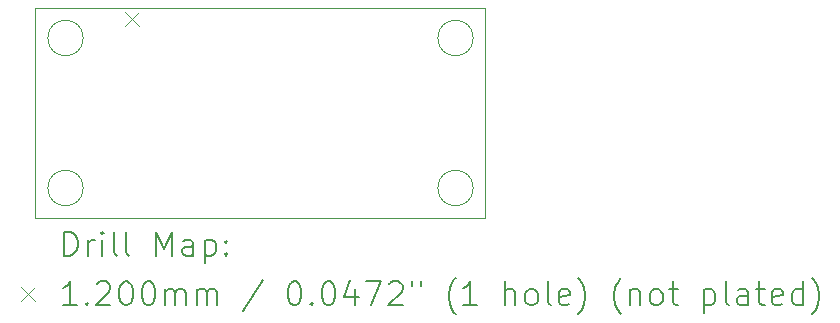
<source format=gbr>
%TF.GenerationSoftware,KiCad,Pcbnew,7.0.1*%
%TF.CreationDate,2025-05-23T00:36:25+09:00*%
%TF.ProjectId,independent_steering,696e6465-7065-46e6-9465-6e745f737465,rev?*%
%TF.SameCoordinates,Original*%
%TF.FileFunction,Drillmap*%
%TF.FilePolarity,Positive*%
%FSLAX45Y45*%
G04 Gerber Fmt 4.5, Leading zero omitted, Abs format (unit mm)*
G04 Created by KiCad (PCBNEW 7.0.1) date 2025-05-23 00:36:25*
%MOMM*%
%LPD*%
G01*
G04 APERTURE LIST*
%ADD10C,0.100000*%
%ADD11C,0.200000*%
%ADD12C,0.120000*%
G04 APERTURE END LIST*
D10*
X11834000Y-8636000D02*
G75*
G03*
X11834000Y-8636000I-150000J0D01*
G01*
X11834000Y-9906000D02*
G75*
G03*
X11834000Y-9906000I-150000J0D01*
G01*
X15136000Y-9906000D02*
G75*
G03*
X15136000Y-9906000I-150000J0D01*
G01*
X15136000Y-8636000D02*
G75*
G03*
X15136000Y-8636000I-150000J0D01*
G01*
X11430000Y-8382000D02*
X15240000Y-8382000D01*
X15240000Y-10160000D01*
X11430000Y-10160000D01*
X11430000Y-8382000D01*
D11*
D12*
X12186000Y-8416000D02*
X12306000Y-8536000D01*
X12306000Y-8416000D02*
X12186000Y-8536000D01*
D11*
X11672619Y-10477524D02*
X11672619Y-10277524D01*
X11672619Y-10277524D02*
X11720238Y-10277524D01*
X11720238Y-10277524D02*
X11748809Y-10287048D01*
X11748809Y-10287048D02*
X11767857Y-10306095D01*
X11767857Y-10306095D02*
X11777381Y-10325143D01*
X11777381Y-10325143D02*
X11786905Y-10363238D01*
X11786905Y-10363238D02*
X11786905Y-10391810D01*
X11786905Y-10391810D02*
X11777381Y-10429905D01*
X11777381Y-10429905D02*
X11767857Y-10448952D01*
X11767857Y-10448952D02*
X11748809Y-10468000D01*
X11748809Y-10468000D02*
X11720238Y-10477524D01*
X11720238Y-10477524D02*
X11672619Y-10477524D01*
X11872619Y-10477524D02*
X11872619Y-10344190D01*
X11872619Y-10382286D02*
X11882143Y-10363238D01*
X11882143Y-10363238D02*
X11891667Y-10353714D01*
X11891667Y-10353714D02*
X11910714Y-10344190D01*
X11910714Y-10344190D02*
X11929762Y-10344190D01*
X11996428Y-10477524D02*
X11996428Y-10344190D01*
X11996428Y-10277524D02*
X11986905Y-10287048D01*
X11986905Y-10287048D02*
X11996428Y-10296571D01*
X11996428Y-10296571D02*
X12005952Y-10287048D01*
X12005952Y-10287048D02*
X11996428Y-10277524D01*
X11996428Y-10277524D02*
X11996428Y-10296571D01*
X12120238Y-10477524D02*
X12101190Y-10468000D01*
X12101190Y-10468000D02*
X12091667Y-10448952D01*
X12091667Y-10448952D02*
X12091667Y-10277524D01*
X12225000Y-10477524D02*
X12205952Y-10468000D01*
X12205952Y-10468000D02*
X12196428Y-10448952D01*
X12196428Y-10448952D02*
X12196428Y-10277524D01*
X12453571Y-10477524D02*
X12453571Y-10277524D01*
X12453571Y-10277524D02*
X12520238Y-10420381D01*
X12520238Y-10420381D02*
X12586905Y-10277524D01*
X12586905Y-10277524D02*
X12586905Y-10477524D01*
X12767857Y-10477524D02*
X12767857Y-10372762D01*
X12767857Y-10372762D02*
X12758333Y-10353714D01*
X12758333Y-10353714D02*
X12739286Y-10344190D01*
X12739286Y-10344190D02*
X12701190Y-10344190D01*
X12701190Y-10344190D02*
X12682143Y-10353714D01*
X12767857Y-10468000D02*
X12748809Y-10477524D01*
X12748809Y-10477524D02*
X12701190Y-10477524D01*
X12701190Y-10477524D02*
X12682143Y-10468000D01*
X12682143Y-10468000D02*
X12672619Y-10448952D01*
X12672619Y-10448952D02*
X12672619Y-10429905D01*
X12672619Y-10429905D02*
X12682143Y-10410857D01*
X12682143Y-10410857D02*
X12701190Y-10401333D01*
X12701190Y-10401333D02*
X12748809Y-10401333D01*
X12748809Y-10401333D02*
X12767857Y-10391810D01*
X12863095Y-10344190D02*
X12863095Y-10544190D01*
X12863095Y-10353714D02*
X12882143Y-10344190D01*
X12882143Y-10344190D02*
X12920238Y-10344190D01*
X12920238Y-10344190D02*
X12939286Y-10353714D01*
X12939286Y-10353714D02*
X12948809Y-10363238D01*
X12948809Y-10363238D02*
X12958333Y-10382286D01*
X12958333Y-10382286D02*
X12958333Y-10439429D01*
X12958333Y-10439429D02*
X12948809Y-10458476D01*
X12948809Y-10458476D02*
X12939286Y-10468000D01*
X12939286Y-10468000D02*
X12920238Y-10477524D01*
X12920238Y-10477524D02*
X12882143Y-10477524D01*
X12882143Y-10477524D02*
X12863095Y-10468000D01*
X13044048Y-10458476D02*
X13053571Y-10468000D01*
X13053571Y-10468000D02*
X13044048Y-10477524D01*
X13044048Y-10477524D02*
X13034524Y-10468000D01*
X13034524Y-10468000D02*
X13044048Y-10458476D01*
X13044048Y-10458476D02*
X13044048Y-10477524D01*
X13044048Y-10353714D02*
X13053571Y-10363238D01*
X13053571Y-10363238D02*
X13044048Y-10372762D01*
X13044048Y-10372762D02*
X13034524Y-10363238D01*
X13034524Y-10363238D02*
X13044048Y-10353714D01*
X13044048Y-10353714D02*
X13044048Y-10372762D01*
D12*
X11305000Y-10745000D02*
X11425000Y-10865000D01*
X11425000Y-10745000D02*
X11305000Y-10865000D01*
D11*
X11777381Y-10897524D02*
X11663095Y-10897524D01*
X11720238Y-10897524D02*
X11720238Y-10697524D01*
X11720238Y-10697524D02*
X11701190Y-10726095D01*
X11701190Y-10726095D02*
X11682143Y-10745143D01*
X11682143Y-10745143D02*
X11663095Y-10754667D01*
X11863095Y-10878476D02*
X11872619Y-10888000D01*
X11872619Y-10888000D02*
X11863095Y-10897524D01*
X11863095Y-10897524D02*
X11853571Y-10888000D01*
X11853571Y-10888000D02*
X11863095Y-10878476D01*
X11863095Y-10878476D02*
X11863095Y-10897524D01*
X11948809Y-10716571D02*
X11958333Y-10707048D01*
X11958333Y-10707048D02*
X11977381Y-10697524D01*
X11977381Y-10697524D02*
X12025000Y-10697524D01*
X12025000Y-10697524D02*
X12044048Y-10707048D01*
X12044048Y-10707048D02*
X12053571Y-10716571D01*
X12053571Y-10716571D02*
X12063095Y-10735619D01*
X12063095Y-10735619D02*
X12063095Y-10754667D01*
X12063095Y-10754667D02*
X12053571Y-10783238D01*
X12053571Y-10783238D02*
X11939286Y-10897524D01*
X11939286Y-10897524D02*
X12063095Y-10897524D01*
X12186905Y-10697524D02*
X12205952Y-10697524D01*
X12205952Y-10697524D02*
X12225000Y-10707048D01*
X12225000Y-10707048D02*
X12234524Y-10716571D01*
X12234524Y-10716571D02*
X12244048Y-10735619D01*
X12244048Y-10735619D02*
X12253571Y-10773714D01*
X12253571Y-10773714D02*
X12253571Y-10821333D01*
X12253571Y-10821333D02*
X12244048Y-10859429D01*
X12244048Y-10859429D02*
X12234524Y-10878476D01*
X12234524Y-10878476D02*
X12225000Y-10888000D01*
X12225000Y-10888000D02*
X12205952Y-10897524D01*
X12205952Y-10897524D02*
X12186905Y-10897524D01*
X12186905Y-10897524D02*
X12167857Y-10888000D01*
X12167857Y-10888000D02*
X12158333Y-10878476D01*
X12158333Y-10878476D02*
X12148809Y-10859429D01*
X12148809Y-10859429D02*
X12139286Y-10821333D01*
X12139286Y-10821333D02*
X12139286Y-10773714D01*
X12139286Y-10773714D02*
X12148809Y-10735619D01*
X12148809Y-10735619D02*
X12158333Y-10716571D01*
X12158333Y-10716571D02*
X12167857Y-10707048D01*
X12167857Y-10707048D02*
X12186905Y-10697524D01*
X12377381Y-10697524D02*
X12396429Y-10697524D01*
X12396429Y-10697524D02*
X12415476Y-10707048D01*
X12415476Y-10707048D02*
X12425000Y-10716571D01*
X12425000Y-10716571D02*
X12434524Y-10735619D01*
X12434524Y-10735619D02*
X12444048Y-10773714D01*
X12444048Y-10773714D02*
X12444048Y-10821333D01*
X12444048Y-10821333D02*
X12434524Y-10859429D01*
X12434524Y-10859429D02*
X12425000Y-10878476D01*
X12425000Y-10878476D02*
X12415476Y-10888000D01*
X12415476Y-10888000D02*
X12396429Y-10897524D01*
X12396429Y-10897524D02*
X12377381Y-10897524D01*
X12377381Y-10897524D02*
X12358333Y-10888000D01*
X12358333Y-10888000D02*
X12348809Y-10878476D01*
X12348809Y-10878476D02*
X12339286Y-10859429D01*
X12339286Y-10859429D02*
X12329762Y-10821333D01*
X12329762Y-10821333D02*
X12329762Y-10773714D01*
X12329762Y-10773714D02*
X12339286Y-10735619D01*
X12339286Y-10735619D02*
X12348809Y-10716571D01*
X12348809Y-10716571D02*
X12358333Y-10707048D01*
X12358333Y-10707048D02*
X12377381Y-10697524D01*
X12529762Y-10897524D02*
X12529762Y-10764190D01*
X12529762Y-10783238D02*
X12539286Y-10773714D01*
X12539286Y-10773714D02*
X12558333Y-10764190D01*
X12558333Y-10764190D02*
X12586905Y-10764190D01*
X12586905Y-10764190D02*
X12605952Y-10773714D01*
X12605952Y-10773714D02*
X12615476Y-10792762D01*
X12615476Y-10792762D02*
X12615476Y-10897524D01*
X12615476Y-10792762D02*
X12625000Y-10773714D01*
X12625000Y-10773714D02*
X12644048Y-10764190D01*
X12644048Y-10764190D02*
X12672619Y-10764190D01*
X12672619Y-10764190D02*
X12691667Y-10773714D01*
X12691667Y-10773714D02*
X12701190Y-10792762D01*
X12701190Y-10792762D02*
X12701190Y-10897524D01*
X12796429Y-10897524D02*
X12796429Y-10764190D01*
X12796429Y-10783238D02*
X12805952Y-10773714D01*
X12805952Y-10773714D02*
X12825000Y-10764190D01*
X12825000Y-10764190D02*
X12853571Y-10764190D01*
X12853571Y-10764190D02*
X12872619Y-10773714D01*
X12872619Y-10773714D02*
X12882143Y-10792762D01*
X12882143Y-10792762D02*
X12882143Y-10897524D01*
X12882143Y-10792762D02*
X12891667Y-10773714D01*
X12891667Y-10773714D02*
X12910714Y-10764190D01*
X12910714Y-10764190D02*
X12939286Y-10764190D01*
X12939286Y-10764190D02*
X12958333Y-10773714D01*
X12958333Y-10773714D02*
X12967857Y-10792762D01*
X12967857Y-10792762D02*
X12967857Y-10897524D01*
X13358333Y-10688000D02*
X13186905Y-10945143D01*
X13615476Y-10697524D02*
X13634524Y-10697524D01*
X13634524Y-10697524D02*
X13653572Y-10707048D01*
X13653572Y-10707048D02*
X13663095Y-10716571D01*
X13663095Y-10716571D02*
X13672619Y-10735619D01*
X13672619Y-10735619D02*
X13682143Y-10773714D01*
X13682143Y-10773714D02*
X13682143Y-10821333D01*
X13682143Y-10821333D02*
X13672619Y-10859429D01*
X13672619Y-10859429D02*
X13663095Y-10878476D01*
X13663095Y-10878476D02*
X13653572Y-10888000D01*
X13653572Y-10888000D02*
X13634524Y-10897524D01*
X13634524Y-10897524D02*
X13615476Y-10897524D01*
X13615476Y-10897524D02*
X13596429Y-10888000D01*
X13596429Y-10888000D02*
X13586905Y-10878476D01*
X13586905Y-10878476D02*
X13577381Y-10859429D01*
X13577381Y-10859429D02*
X13567857Y-10821333D01*
X13567857Y-10821333D02*
X13567857Y-10773714D01*
X13567857Y-10773714D02*
X13577381Y-10735619D01*
X13577381Y-10735619D02*
X13586905Y-10716571D01*
X13586905Y-10716571D02*
X13596429Y-10707048D01*
X13596429Y-10707048D02*
X13615476Y-10697524D01*
X13767857Y-10878476D02*
X13777381Y-10888000D01*
X13777381Y-10888000D02*
X13767857Y-10897524D01*
X13767857Y-10897524D02*
X13758333Y-10888000D01*
X13758333Y-10888000D02*
X13767857Y-10878476D01*
X13767857Y-10878476D02*
X13767857Y-10897524D01*
X13901191Y-10697524D02*
X13920238Y-10697524D01*
X13920238Y-10697524D02*
X13939286Y-10707048D01*
X13939286Y-10707048D02*
X13948810Y-10716571D01*
X13948810Y-10716571D02*
X13958333Y-10735619D01*
X13958333Y-10735619D02*
X13967857Y-10773714D01*
X13967857Y-10773714D02*
X13967857Y-10821333D01*
X13967857Y-10821333D02*
X13958333Y-10859429D01*
X13958333Y-10859429D02*
X13948810Y-10878476D01*
X13948810Y-10878476D02*
X13939286Y-10888000D01*
X13939286Y-10888000D02*
X13920238Y-10897524D01*
X13920238Y-10897524D02*
X13901191Y-10897524D01*
X13901191Y-10897524D02*
X13882143Y-10888000D01*
X13882143Y-10888000D02*
X13872619Y-10878476D01*
X13872619Y-10878476D02*
X13863095Y-10859429D01*
X13863095Y-10859429D02*
X13853572Y-10821333D01*
X13853572Y-10821333D02*
X13853572Y-10773714D01*
X13853572Y-10773714D02*
X13863095Y-10735619D01*
X13863095Y-10735619D02*
X13872619Y-10716571D01*
X13872619Y-10716571D02*
X13882143Y-10707048D01*
X13882143Y-10707048D02*
X13901191Y-10697524D01*
X14139286Y-10764190D02*
X14139286Y-10897524D01*
X14091667Y-10688000D02*
X14044048Y-10830857D01*
X14044048Y-10830857D02*
X14167857Y-10830857D01*
X14225000Y-10697524D02*
X14358333Y-10697524D01*
X14358333Y-10697524D02*
X14272619Y-10897524D01*
X14425000Y-10716571D02*
X14434524Y-10707048D01*
X14434524Y-10707048D02*
X14453572Y-10697524D01*
X14453572Y-10697524D02*
X14501191Y-10697524D01*
X14501191Y-10697524D02*
X14520238Y-10707048D01*
X14520238Y-10707048D02*
X14529762Y-10716571D01*
X14529762Y-10716571D02*
X14539286Y-10735619D01*
X14539286Y-10735619D02*
X14539286Y-10754667D01*
X14539286Y-10754667D02*
X14529762Y-10783238D01*
X14529762Y-10783238D02*
X14415476Y-10897524D01*
X14415476Y-10897524D02*
X14539286Y-10897524D01*
X14615476Y-10697524D02*
X14615476Y-10735619D01*
X14691667Y-10697524D02*
X14691667Y-10735619D01*
X14986905Y-10973714D02*
X14977381Y-10964190D01*
X14977381Y-10964190D02*
X14958334Y-10935619D01*
X14958334Y-10935619D02*
X14948810Y-10916571D01*
X14948810Y-10916571D02*
X14939286Y-10888000D01*
X14939286Y-10888000D02*
X14929762Y-10840381D01*
X14929762Y-10840381D02*
X14929762Y-10802286D01*
X14929762Y-10802286D02*
X14939286Y-10754667D01*
X14939286Y-10754667D02*
X14948810Y-10726095D01*
X14948810Y-10726095D02*
X14958334Y-10707048D01*
X14958334Y-10707048D02*
X14977381Y-10678476D01*
X14977381Y-10678476D02*
X14986905Y-10668952D01*
X15167857Y-10897524D02*
X15053572Y-10897524D01*
X15110714Y-10897524D02*
X15110714Y-10697524D01*
X15110714Y-10697524D02*
X15091667Y-10726095D01*
X15091667Y-10726095D02*
X15072619Y-10745143D01*
X15072619Y-10745143D02*
X15053572Y-10754667D01*
X15405953Y-10897524D02*
X15405953Y-10697524D01*
X15491667Y-10897524D02*
X15491667Y-10792762D01*
X15491667Y-10792762D02*
X15482143Y-10773714D01*
X15482143Y-10773714D02*
X15463096Y-10764190D01*
X15463096Y-10764190D02*
X15434524Y-10764190D01*
X15434524Y-10764190D02*
X15415476Y-10773714D01*
X15415476Y-10773714D02*
X15405953Y-10783238D01*
X15615476Y-10897524D02*
X15596429Y-10888000D01*
X15596429Y-10888000D02*
X15586905Y-10878476D01*
X15586905Y-10878476D02*
X15577381Y-10859429D01*
X15577381Y-10859429D02*
X15577381Y-10802286D01*
X15577381Y-10802286D02*
X15586905Y-10783238D01*
X15586905Y-10783238D02*
X15596429Y-10773714D01*
X15596429Y-10773714D02*
X15615476Y-10764190D01*
X15615476Y-10764190D02*
X15644048Y-10764190D01*
X15644048Y-10764190D02*
X15663096Y-10773714D01*
X15663096Y-10773714D02*
X15672619Y-10783238D01*
X15672619Y-10783238D02*
X15682143Y-10802286D01*
X15682143Y-10802286D02*
X15682143Y-10859429D01*
X15682143Y-10859429D02*
X15672619Y-10878476D01*
X15672619Y-10878476D02*
X15663096Y-10888000D01*
X15663096Y-10888000D02*
X15644048Y-10897524D01*
X15644048Y-10897524D02*
X15615476Y-10897524D01*
X15796429Y-10897524D02*
X15777381Y-10888000D01*
X15777381Y-10888000D02*
X15767857Y-10868952D01*
X15767857Y-10868952D02*
X15767857Y-10697524D01*
X15948810Y-10888000D02*
X15929762Y-10897524D01*
X15929762Y-10897524D02*
X15891667Y-10897524D01*
X15891667Y-10897524D02*
X15872619Y-10888000D01*
X15872619Y-10888000D02*
X15863096Y-10868952D01*
X15863096Y-10868952D02*
X15863096Y-10792762D01*
X15863096Y-10792762D02*
X15872619Y-10773714D01*
X15872619Y-10773714D02*
X15891667Y-10764190D01*
X15891667Y-10764190D02*
X15929762Y-10764190D01*
X15929762Y-10764190D02*
X15948810Y-10773714D01*
X15948810Y-10773714D02*
X15958334Y-10792762D01*
X15958334Y-10792762D02*
X15958334Y-10811810D01*
X15958334Y-10811810D02*
X15863096Y-10830857D01*
X16025000Y-10973714D02*
X16034524Y-10964190D01*
X16034524Y-10964190D02*
X16053572Y-10935619D01*
X16053572Y-10935619D02*
X16063096Y-10916571D01*
X16063096Y-10916571D02*
X16072619Y-10888000D01*
X16072619Y-10888000D02*
X16082143Y-10840381D01*
X16082143Y-10840381D02*
X16082143Y-10802286D01*
X16082143Y-10802286D02*
X16072619Y-10754667D01*
X16072619Y-10754667D02*
X16063096Y-10726095D01*
X16063096Y-10726095D02*
X16053572Y-10707048D01*
X16053572Y-10707048D02*
X16034524Y-10678476D01*
X16034524Y-10678476D02*
X16025000Y-10668952D01*
X16386905Y-10973714D02*
X16377381Y-10964190D01*
X16377381Y-10964190D02*
X16358334Y-10935619D01*
X16358334Y-10935619D02*
X16348810Y-10916571D01*
X16348810Y-10916571D02*
X16339286Y-10888000D01*
X16339286Y-10888000D02*
X16329762Y-10840381D01*
X16329762Y-10840381D02*
X16329762Y-10802286D01*
X16329762Y-10802286D02*
X16339286Y-10754667D01*
X16339286Y-10754667D02*
X16348810Y-10726095D01*
X16348810Y-10726095D02*
X16358334Y-10707048D01*
X16358334Y-10707048D02*
X16377381Y-10678476D01*
X16377381Y-10678476D02*
X16386905Y-10668952D01*
X16463096Y-10764190D02*
X16463096Y-10897524D01*
X16463096Y-10783238D02*
X16472619Y-10773714D01*
X16472619Y-10773714D02*
X16491667Y-10764190D01*
X16491667Y-10764190D02*
X16520238Y-10764190D01*
X16520238Y-10764190D02*
X16539286Y-10773714D01*
X16539286Y-10773714D02*
X16548810Y-10792762D01*
X16548810Y-10792762D02*
X16548810Y-10897524D01*
X16672619Y-10897524D02*
X16653572Y-10888000D01*
X16653572Y-10888000D02*
X16644048Y-10878476D01*
X16644048Y-10878476D02*
X16634524Y-10859429D01*
X16634524Y-10859429D02*
X16634524Y-10802286D01*
X16634524Y-10802286D02*
X16644048Y-10783238D01*
X16644048Y-10783238D02*
X16653572Y-10773714D01*
X16653572Y-10773714D02*
X16672619Y-10764190D01*
X16672619Y-10764190D02*
X16701191Y-10764190D01*
X16701191Y-10764190D02*
X16720238Y-10773714D01*
X16720238Y-10773714D02*
X16729762Y-10783238D01*
X16729762Y-10783238D02*
X16739286Y-10802286D01*
X16739286Y-10802286D02*
X16739286Y-10859429D01*
X16739286Y-10859429D02*
X16729762Y-10878476D01*
X16729762Y-10878476D02*
X16720238Y-10888000D01*
X16720238Y-10888000D02*
X16701191Y-10897524D01*
X16701191Y-10897524D02*
X16672619Y-10897524D01*
X16796429Y-10764190D02*
X16872619Y-10764190D01*
X16825000Y-10697524D02*
X16825000Y-10868952D01*
X16825000Y-10868952D02*
X16834524Y-10888000D01*
X16834524Y-10888000D02*
X16853572Y-10897524D01*
X16853572Y-10897524D02*
X16872619Y-10897524D01*
X17091667Y-10764190D02*
X17091667Y-10964190D01*
X17091667Y-10773714D02*
X17110715Y-10764190D01*
X17110715Y-10764190D02*
X17148810Y-10764190D01*
X17148810Y-10764190D02*
X17167858Y-10773714D01*
X17167858Y-10773714D02*
X17177381Y-10783238D01*
X17177381Y-10783238D02*
X17186905Y-10802286D01*
X17186905Y-10802286D02*
X17186905Y-10859429D01*
X17186905Y-10859429D02*
X17177381Y-10878476D01*
X17177381Y-10878476D02*
X17167858Y-10888000D01*
X17167858Y-10888000D02*
X17148810Y-10897524D01*
X17148810Y-10897524D02*
X17110715Y-10897524D01*
X17110715Y-10897524D02*
X17091667Y-10888000D01*
X17301191Y-10897524D02*
X17282143Y-10888000D01*
X17282143Y-10888000D02*
X17272620Y-10868952D01*
X17272620Y-10868952D02*
X17272620Y-10697524D01*
X17463096Y-10897524D02*
X17463096Y-10792762D01*
X17463096Y-10792762D02*
X17453572Y-10773714D01*
X17453572Y-10773714D02*
X17434524Y-10764190D01*
X17434524Y-10764190D02*
X17396429Y-10764190D01*
X17396429Y-10764190D02*
X17377381Y-10773714D01*
X17463096Y-10888000D02*
X17444048Y-10897524D01*
X17444048Y-10897524D02*
X17396429Y-10897524D01*
X17396429Y-10897524D02*
X17377381Y-10888000D01*
X17377381Y-10888000D02*
X17367858Y-10868952D01*
X17367858Y-10868952D02*
X17367858Y-10849905D01*
X17367858Y-10849905D02*
X17377381Y-10830857D01*
X17377381Y-10830857D02*
X17396429Y-10821333D01*
X17396429Y-10821333D02*
X17444048Y-10821333D01*
X17444048Y-10821333D02*
X17463096Y-10811810D01*
X17529762Y-10764190D02*
X17605953Y-10764190D01*
X17558334Y-10697524D02*
X17558334Y-10868952D01*
X17558334Y-10868952D02*
X17567858Y-10888000D01*
X17567858Y-10888000D02*
X17586905Y-10897524D01*
X17586905Y-10897524D02*
X17605953Y-10897524D01*
X17748810Y-10888000D02*
X17729762Y-10897524D01*
X17729762Y-10897524D02*
X17691667Y-10897524D01*
X17691667Y-10897524D02*
X17672620Y-10888000D01*
X17672620Y-10888000D02*
X17663096Y-10868952D01*
X17663096Y-10868952D02*
X17663096Y-10792762D01*
X17663096Y-10792762D02*
X17672620Y-10773714D01*
X17672620Y-10773714D02*
X17691667Y-10764190D01*
X17691667Y-10764190D02*
X17729762Y-10764190D01*
X17729762Y-10764190D02*
X17748810Y-10773714D01*
X17748810Y-10773714D02*
X17758334Y-10792762D01*
X17758334Y-10792762D02*
X17758334Y-10811810D01*
X17758334Y-10811810D02*
X17663096Y-10830857D01*
X17929762Y-10897524D02*
X17929762Y-10697524D01*
X17929762Y-10888000D02*
X17910715Y-10897524D01*
X17910715Y-10897524D02*
X17872620Y-10897524D01*
X17872620Y-10897524D02*
X17853572Y-10888000D01*
X17853572Y-10888000D02*
X17844048Y-10878476D01*
X17844048Y-10878476D02*
X17834524Y-10859429D01*
X17834524Y-10859429D02*
X17834524Y-10802286D01*
X17834524Y-10802286D02*
X17844048Y-10783238D01*
X17844048Y-10783238D02*
X17853572Y-10773714D01*
X17853572Y-10773714D02*
X17872620Y-10764190D01*
X17872620Y-10764190D02*
X17910715Y-10764190D01*
X17910715Y-10764190D02*
X17929762Y-10773714D01*
X18005953Y-10973714D02*
X18015477Y-10964190D01*
X18015477Y-10964190D02*
X18034524Y-10935619D01*
X18034524Y-10935619D02*
X18044048Y-10916571D01*
X18044048Y-10916571D02*
X18053572Y-10888000D01*
X18053572Y-10888000D02*
X18063096Y-10840381D01*
X18063096Y-10840381D02*
X18063096Y-10802286D01*
X18063096Y-10802286D02*
X18053572Y-10754667D01*
X18053572Y-10754667D02*
X18044048Y-10726095D01*
X18044048Y-10726095D02*
X18034524Y-10707048D01*
X18034524Y-10707048D02*
X18015477Y-10678476D01*
X18015477Y-10678476D02*
X18005953Y-10668952D01*
M02*

</source>
